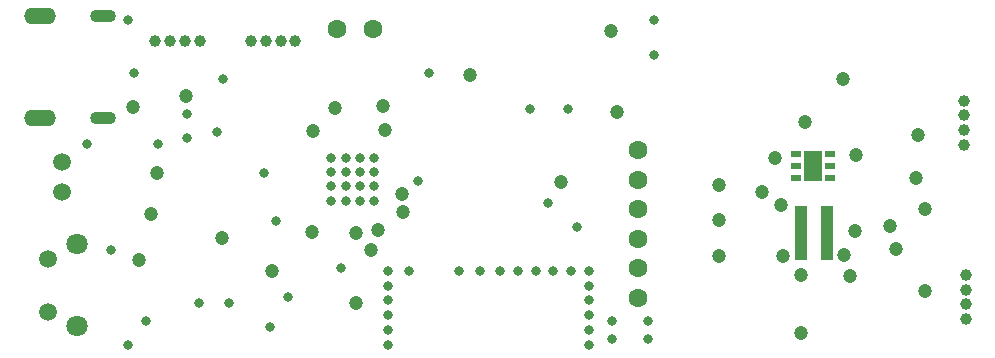
<source format=gbs>
G04*
G04 #@! TF.GenerationSoftware,Altium Limited,Altium Designer,23.8.1 (32)*
G04*
G04 Layer_Color=16711935*
%FSLAX44Y44*%
%MOMM*%
G71*
G04*
G04 #@! TF.SameCoordinates,7BD4B443-AC8F-467E-A65E-793A9AF9F4B1*
G04*
G04*
G04 #@! TF.FilePolarity,Negative*
G04*
G01*
G75*
%ADD51C,1.5000*%
%ADD82C,1.0000*%
%ADD83C,0.1000*%
%ADD84C,1.2000*%
%ADD85C,1.6000*%
%ADD86C,1.8000*%
%ADD87O,2.7000X1.4000*%
%ADD88O,2.2000X1.1000*%
%ADD89C,0.8000*%
%ADD90R,1.0000X4.5500*%
%ADD91R,0.9000X0.7000*%
%ADD92R,0.9000X0.5000*%
%ADD93R,1.6000X2.5000*%
D51*
X-28000Y658000D02*
D03*
Y703000D02*
D03*
X-16000Y784750D02*
D03*
Y759250D02*
D03*
D82*
X749000Y689250D02*
D03*
Y664250D02*
D03*
Y676750D02*
D03*
Y651750D02*
D03*
X748000Y836750D02*
D03*
Y811750D02*
D03*
Y824250D02*
D03*
Y799250D02*
D03*
X144000Y887000D02*
D03*
X169000D02*
D03*
X156500D02*
D03*
X181500D02*
D03*
X63000D02*
D03*
X88000D02*
D03*
X75500D02*
D03*
X100500D02*
D03*
D83*
X565000Y830250D02*
D03*
Y660250D02*
D03*
X320000Y770000D02*
D03*
X120000D02*
D03*
D84*
X645000Y855250D02*
D03*
X715000Y745250D02*
D03*
X685000Y730250D02*
D03*
X715000Y675250D02*
D03*
X610000Y640250D02*
D03*
X540000Y765250D02*
D03*
Y735250D02*
D03*
Y705250D02*
D03*
X594000D02*
D03*
X610000Y689250D02*
D03*
X646000Y706250D02*
D03*
X655000Y726250D02*
D03*
X588000Y788250D02*
D03*
X690000Y711250D02*
D03*
X707000Y771250D02*
D03*
X651000Y688250D02*
D03*
X613000Y818250D02*
D03*
X656000Y790250D02*
D03*
X709000Y807250D02*
D03*
X577000Y759250D02*
D03*
X593000Y748250D02*
D03*
X329500Y858500D02*
D03*
X256000Y832000D02*
D03*
X272000Y757750D02*
D03*
X257500Y811500D02*
D03*
X232500Y724750D02*
D03*
X272750Y742500D02*
D03*
X196000Y725750D02*
D03*
X251750Y727000D02*
D03*
X196500Y810750D02*
D03*
X448750Y895250D02*
D03*
X43750Y831000D02*
D03*
X89250Y840500D02*
D03*
X49000Y701750D02*
D03*
X215250Y830500D02*
D03*
X232500Y665250D02*
D03*
X245250Y710000D02*
D03*
X161750Y692500D02*
D03*
X406500Y767500D02*
D03*
X453750Y826750D02*
D03*
X119500Y720000D02*
D03*
X59500Y741000D02*
D03*
X64500Y775250D02*
D03*
D85*
X471500Y794750D02*
D03*
Y769750D02*
D03*
Y744750D02*
D03*
Y719750D02*
D03*
Y694750D02*
D03*
Y669750D02*
D03*
X247000Y897000D02*
D03*
X217000D02*
D03*
D86*
X-3000Y645500D02*
D03*
Y715500D02*
D03*
D87*
X-35000Y821800D02*
D03*
Y908200D02*
D03*
D88*
X18600Y821800D02*
D03*
Y908200D02*
D03*
D89*
X412500Y830000D02*
D03*
X380000D02*
D03*
X395000Y750000D02*
D03*
X160000Y645000D02*
D03*
X165000Y735000D02*
D03*
X5000Y800000D02*
D03*
X295000Y860000D02*
D03*
X25000Y710000D02*
D03*
X40000Y630000D02*
D03*
X55000Y650000D02*
D03*
X100000Y665000D02*
D03*
X125000D02*
D03*
X175000Y670000D02*
D03*
X220000Y695000D02*
D03*
X450000Y635000D02*
D03*
X480000D02*
D03*
Y650000D02*
D03*
X450000D02*
D03*
X420000Y730000D02*
D03*
X485000Y875000D02*
D03*
Y905000D02*
D03*
X120000Y855000D02*
D03*
X40000Y905000D02*
D03*
X45000Y860000D02*
D03*
X65000Y800000D02*
D03*
X155000Y775000D02*
D03*
X115000Y810000D02*
D03*
X90000Y805000D02*
D03*
Y825000D02*
D03*
X285000Y769000D02*
D03*
X224000Y788000D02*
D03*
X212000D02*
D03*
X224000Y776000D02*
D03*
X248000Y788000D02*
D03*
X236000D02*
D03*
X248000Y776000D02*
D03*
X236000D02*
D03*
X248000Y764000D02*
D03*
X236000D02*
D03*
X248000Y752000D02*
D03*
X236000D02*
D03*
X212000Y776000D02*
D03*
X224000Y764000D02*
D03*
X212000D02*
D03*
X224000Y752000D02*
D03*
X212000D02*
D03*
X430000Y630000D02*
D03*
Y642500D02*
D03*
Y655000D02*
D03*
Y667500D02*
D03*
Y680000D02*
D03*
Y692500D02*
D03*
X415000D02*
D03*
X400000D02*
D03*
X385000D02*
D03*
X370000D02*
D03*
X355000D02*
D03*
X337500D02*
D03*
X320000D02*
D03*
X277500D02*
D03*
X260000D02*
D03*
Y680000D02*
D03*
Y667500D02*
D03*
Y655000D02*
D03*
Y630000D02*
D03*
Y642500D02*
D03*
D90*
X632000Y724250D02*
D03*
X610000Y724250D02*
D03*
D91*
X610000Y705500D02*
D03*
Y713000D02*
D03*
Y720500D02*
D03*
Y728000D02*
D03*
Y735500D02*
D03*
Y743000D02*
D03*
X632000Y705500D02*
D03*
Y713000D02*
D03*
Y720500D02*
D03*
Y728000D02*
D03*
Y735500D02*
D03*
Y743000D02*
D03*
D92*
X605500Y791250D02*
D03*
Y781250D02*
D03*
Y771250D02*
D03*
X634500Y791250D02*
D03*
Y781250D02*
D03*
Y771250D02*
D03*
D93*
X620000Y781250D02*
D03*
M02*

</source>
